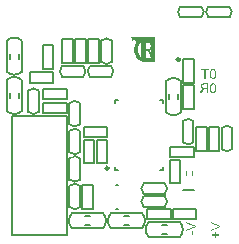
<source format=gbo>
G04*
G04 #@! TF.GenerationSoftware,Altium Limited,Altium Designer,18.0.11 (651)*
G04*
G04 Layer_Color=32896*
%FSAX44Y44*%
%MOMM*%
G71*
G01*
G75*
%ADD19C,0.2000*%
%ADD59C,0.2500*%
%ADD60C,0.1500*%
%ADD61C,0.1000*%
G36*
X01001525Y00891304D02*
X01001764D01*
Y00891064D01*
X01002004D01*
Y00890824D01*
Y00890585D01*
Y00890345D01*
X01001764D01*
Y00890105D01*
X01002004D01*
Y00889866D01*
Y00889626D01*
Y00889386D01*
X01001764D01*
Y00889147D01*
X01002004D01*
Y00888907D01*
Y00888667D01*
Y00888428D01*
X01001764D01*
Y00888188D01*
X01002004D01*
Y00887948D01*
Y00887709D01*
Y00887469D01*
X01001764D01*
Y00887229D01*
X01002004D01*
Y00886990D01*
Y00886750D01*
Y00886510D01*
X01001764D01*
Y00886271D01*
X01002004D01*
Y00886031D01*
Y00885791D01*
Y00885552D01*
X01001764D01*
Y00885312D01*
X01002004D01*
Y00885072D01*
Y00884833D01*
Y00884593D01*
X01001764D01*
Y00884353D01*
X01002004D01*
Y00884114D01*
Y00883874D01*
Y00883634D01*
X01001764D01*
Y00883395D01*
X01002004D01*
Y00883155D01*
Y00882915D01*
Y00882676D01*
X01001764D01*
Y00882436D01*
X01002004D01*
Y00882196D01*
Y00881957D01*
Y00881717D01*
X01001764D01*
Y00881477D01*
X01002004D01*
Y00881238D01*
Y00880998D01*
Y00880758D01*
X01001764D01*
Y00880519D01*
X01002004D01*
Y00880279D01*
Y00880039D01*
Y00879800D01*
X01001764D01*
Y00879560D01*
X01002004D01*
Y00879321D01*
Y00879081D01*
Y00878841D01*
X01001764D01*
Y00878602D01*
X01002004D01*
Y00878362D01*
Y00878122D01*
Y00877883D01*
X01001764D01*
Y00877643D01*
X01002004D01*
Y00877403D01*
Y00877163D01*
Y00876924D01*
X01001764D01*
Y00876684D01*
X01002004D01*
Y00876444D01*
Y00876205D01*
Y00875965D01*
X01001764D01*
Y00875725D01*
X01002004D01*
Y00875486D01*
Y00875246D01*
Y00875006D01*
X01001764D01*
Y00874767D01*
X01002004D01*
Y00874527D01*
Y00874288D01*
Y00874048D01*
X01001764D01*
Y00873808D01*
X01002004D01*
Y00873569D01*
Y00873329D01*
Y00873089D01*
X01001764D01*
Y00872850D01*
X01002004D01*
Y00872610D01*
Y00872370D01*
Y00872131D01*
X01001764D01*
Y00871891D01*
X01002004D01*
Y00871651D01*
Y00871412D01*
Y00871172D01*
X01001764D01*
Y00870932D01*
X01002004D01*
Y00870693D01*
X01001764D01*
Y00870453D01*
X01001525D01*
Y00870213D01*
X01001285D01*
Y00870453D01*
X01001045D01*
Y00870213D01*
X01000806D01*
Y00870453D01*
X01000566D01*
Y00870213D01*
X01000326D01*
Y00870453D01*
X01000087D01*
Y00870213D01*
X00999847D01*
Y00870453D01*
X00999607D01*
Y00870213D01*
X00999368D01*
Y00870453D01*
X00999128D01*
Y00870213D01*
X00998888D01*
Y00870453D01*
X00998649D01*
Y00870213D01*
X00998409D01*
Y00870453D01*
X00998169D01*
Y00870213D01*
X00997930D01*
Y00870453D01*
X00997690D01*
Y00870213D01*
X00997450D01*
Y00870453D01*
X00997211D01*
Y00870213D01*
X00996971D01*
Y00870453D01*
X00996731D01*
Y00870213D01*
X00996492D01*
Y00870453D01*
X00996252D01*
Y00870213D01*
X00996012D01*
Y00870453D01*
X00995773D01*
Y00870213D01*
X00995533D01*
Y00870453D01*
X00995293D01*
Y00870213D01*
X00995054D01*
Y00870453D01*
X00994814D01*
Y00870213D01*
X00994574D01*
Y00870453D01*
X00994335D01*
Y00870213D01*
X00994095D01*
Y00870453D01*
X00993855D01*
Y00870213D01*
X00993616D01*
Y00870453D01*
X00992417D01*
Y00870693D01*
X00992178D01*
Y00870453D01*
X00991938D01*
Y00870693D01*
X00991698D01*
Y00870453D01*
X00991459D01*
Y00870693D01*
X00990740D01*
Y00870932D01*
X00990500D01*
Y00871172D01*
X00990260D01*
Y00870932D01*
X00990500D01*
Y00870693D01*
X00990260D01*
Y00870932D01*
X00990021D01*
Y00871172D01*
X00989302D01*
Y00871412D01*
X00989062D01*
Y00871651D01*
X00988343D01*
Y00871891D01*
X00988103D01*
Y00872131D01*
X00987864D01*
Y00872370D01*
X00987624D01*
Y00872610D01*
X00987384D01*
Y00872850D01*
X00987145D01*
Y00873089D01*
X00986905D01*
Y00873329D01*
Y00873569D01*
X00986426D01*
Y00873808D01*
X00986665D01*
Y00874048D01*
X00986426D01*
Y00874288D01*
X00986186D01*
Y00874527D01*
X00985946D01*
Y00874767D01*
Y00875006D01*
Y00875246D01*
X00985707D01*
Y00875486D01*
X00985467D01*
Y00875725D01*
X00985707D01*
Y00875965D01*
X00985467D01*
Y00876205D01*
Y00876444D01*
X00985227D01*
Y00876684D01*
Y00876924D01*
X00984988D01*
Y00877163D01*
X00985227D01*
Y00877403D01*
X00984988D01*
Y00877643D01*
Y00877883D01*
Y00878122D01*
X00984748D01*
Y00878362D01*
X00984988D01*
Y00878602D01*
X00984748D01*
Y00878841D01*
Y00879081D01*
Y00879321D01*
X00984508D01*
Y00879560D01*
X00984748D01*
Y00879800D01*
Y00880039D01*
Y00880279D01*
X00984508D01*
Y00880519D01*
X00984748D01*
Y00880758D01*
Y00880998D01*
Y00881238D01*
X00984508D01*
Y00881477D01*
X00984748D01*
Y00881717D01*
Y00881957D01*
Y00882196D01*
X00984508D01*
Y00882436D01*
X00984748D01*
Y00882676D01*
X00984988D01*
Y00882915D01*
X00984748D01*
Y00883155D01*
X00984988D01*
Y00883395D01*
Y00883634D01*
Y00883874D01*
X00985227D01*
Y00884114D01*
X00984988D01*
Y00884353D01*
X00985227D01*
Y00884593D01*
X00984988D01*
Y00884833D01*
X00985227D01*
Y00885072D01*
X00985467D01*
Y00885312D01*
Y00885552D01*
Y00885791D01*
X00985707D01*
Y00886031D01*
X00985467D01*
Y00886271D01*
X00985707D01*
Y00886510D01*
X00985946D01*
Y00886750D01*
X00986186D01*
Y00886990D01*
Y00887229D01*
Y00887469D01*
X00986426D01*
Y00887709D01*
X00986665D01*
Y00887948D01*
X00986905D01*
Y00888188D01*
X00987145D01*
Y00888428D01*
X00986905D01*
Y00888667D01*
X00986665D01*
Y00888428D01*
X00985946D01*
Y00888667D01*
X00985707D01*
Y00888428D01*
X00984988D01*
Y00888667D01*
X00984748D01*
Y00888428D01*
X00984029D01*
Y00888667D01*
X00983790D01*
Y00888428D01*
X00983071D01*
Y00888667D01*
X00982831D01*
Y00888428D01*
X00982591D01*
Y00888667D01*
X00982352D01*
Y00888907D01*
X00982112D01*
Y00889147D01*
X00982352D01*
Y00889386D01*
X00982112D01*
Y00889626D01*
X00982352D01*
Y00889866D01*
X00982112D01*
Y00890105D01*
X00982352D01*
Y00890345D01*
X00982112D01*
Y00890585D01*
X00982352D01*
Y00890824D01*
X00982112D01*
Y00891064D01*
X00982352D01*
Y00891304D01*
X00982591D01*
Y00891543D01*
X00982831D01*
Y00891304D01*
X00983071D01*
Y00891543D01*
X00983310D01*
Y00891304D01*
X00983550D01*
Y00891543D01*
X00983790D01*
Y00891304D01*
X00984029D01*
Y00891543D01*
X00984269D01*
Y00891304D01*
X00984508D01*
Y00891543D01*
X00984748D01*
Y00891304D01*
X00984988D01*
Y00891543D01*
X00985227D01*
Y00891304D01*
X00985467D01*
Y00891543D01*
X00985707D01*
Y00891304D01*
X00985946D01*
Y00891543D01*
X00986186D01*
Y00891304D01*
X00986426D01*
Y00891543D01*
X00986665D01*
Y00891304D01*
X00986905D01*
Y00891543D01*
X00987145D01*
Y00891304D01*
X00987384D01*
Y00891543D01*
X00987624D01*
Y00891304D01*
X00987864D01*
Y00891543D01*
X00988103D01*
Y00891304D01*
X00988343D01*
Y00891543D01*
X00988583D01*
Y00891304D01*
X00988822D01*
Y00891543D01*
X00989062D01*
Y00891304D01*
X00989302D01*
Y00891543D01*
X00989541D01*
Y00891304D01*
X00989781D01*
Y00891543D01*
X00990021D01*
Y00891304D01*
X00990260D01*
Y00891543D01*
X00990500D01*
Y00891304D01*
X00990740D01*
Y00891543D01*
X00990979D01*
Y00891304D01*
X00991219D01*
Y00891543D01*
X00991459D01*
Y00891304D01*
X00991698D01*
Y00891543D01*
X00991938D01*
Y00891304D01*
X00992178D01*
Y00891543D01*
X00992417D01*
Y00891304D01*
X00992657D01*
Y00891543D01*
X00992897D01*
Y00891304D01*
X00993136D01*
Y00891543D01*
X00993376D01*
Y00891304D01*
X00993616D01*
Y00891543D01*
X00993855D01*
Y00891304D01*
X00994095D01*
Y00891543D01*
X00994335D01*
Y00891304D01*
X00994574D01*
Y00891543D01*
X00994814D01*
Y00891304D01*
X00995054D01*
Y00891543D01*
X00995293D01*
Y00891304D01*
X00995533D01*
Y00891543D01*
X00995773D01*
Y00891304D01*
X00996012D01*
Y00891543D01*
X00996252D01*
Y00891304D01*
X00996492D01*
Y00891543D01*
X00996731D01*
Y00891304D01*
X00996971D01*
Y00891543D01*
X00997211D01*
Y00891304D01*
X00997450D01*
Y00891543D01*
X00997690D01*
Y00891304D01*
X00997930D01*
Y00891543D01*
X00998169D01*
Y00891304D01*
X00998409D01*
Y00891543D01*
X00998649D01*
Y00891304D01*
X00998888D01*
Y00891543D01*
X00999128D01*
Y00891304D01*
X00999368D01*
Y00891543D01*
X00999607D01*
Y00891304D01*
X00999847D01*
Y00891543D01*
X01000087D01*
Y00891304D01*
X01000326D01*
Y00891543D01*
X01000566D01*
Y00891304D01*
X01000806D01*
Y00891543D01*
X01001045D01*
Y00891304D01*
X01001285D01*
Y00891543D01*
X01001525D01*
Y00891304D01*
D02*
G37*
G36*
X01047813Y00863358D02*
X01045117D01*
Y00856149D01*
X01044032D01*
Y00863358D01*
X01041329D01*
Y00864324D01*
X01047813D01*
Y00863358D01*
D02*
G37*
G36*
X01051458Y00864347D02*
X01051609Y00864332D01*
X01051761Y00864307D01*
X01051896Y00864284D01*
X01052032Y00864244D01*
X01052151Y00864204D01*
X01052263Y00864164D01*
X01052367Y00864116D01*
X01052454Y00864068D01*
X01052542Y00864028D01*
X01052606Y00863988D01*
X01052670Y00863949D01*
X01052710Y00863925D01*
X01052749Y00863901D01*
X01052766Y00863885D01*
X01052774Y00863877D01*
X01052877Y00863781D01*
X01052981Y00863678D01*
X01053164Y00863462D01*
X01053316Y00863239D01*
X01053435Y00863016D01*
X01053491Y00862912D01*
X01053531Y00862816D01*
X01053571Y00862736D01*
X01053603Y00862657D01*
X01053627Y00862601D01*
X01053643Y00862553D01*
X01053659Y00862521D01*
Y00862513D01*
X01053707Y00862338D01*
X01053755Y00862162D01*
X01053826Y00861771D01*
X01053882Y00861388D01*
X01053898Y00861197D01*
X01053914Y00861014D01*
X01053930Y00860838D01*
X01053938Y00860679D01*
X01053946Y00860543D01*
Y00860415D01*
X01053954Y00860320D01*
Y00860240D01*
Y00860192D01*
Y00860184D01*
Y00860176D01*
X01053946Y00859762D01*
X01053922Y00859371D01*
X01053882Y00859020D01*
X01053826Y00858685D01*
X01053770Y00858390D01*
X01053699Y00858119D01*
X01053627Y00857871D01*
X01053547Y00857656D01*
X01053475Y00857465D01*
X01053403Y00857297D01*
X01053332Y00857161D01*
X01053276Y00857050D01*
X01053220Y00856962D01*
X01053180Y00856898D01*
X01053156Y00856866D01*
X01053148Y00856850D01*
X01053021Y00856707D01*
X01052877Y00856571D01*
X01052726Y00856460D01*
X01052574Y00856364D01*
X01052422Y00856284D01*
X01052263Y00856220D01*
X01052112Y00856164D01*
X01051968Y00856117D01*
X01051832Y00856085D01*
X01051705Y00856061D01*
X01051585Y00856037D01*
X01051489Y00856029D01*
X01051402Y00856021D01*
X01051346Y00856013D01*
X01051290D01*
X01051123Y00856021D01*
X01050971Y00856037D01*
X01050819Y00856061D01*
X01050684Y00856085D01*
X01050548Y00856125D01*
X01050429Y00856164D01*
X01050317Y00856204D01*
X01050213Y00856252D01*
X01050126Y00856300D01*
X01050046Y00856340D01*
X01049974Y00856380D01*
X01049918Y00856420D01*
X01049870Y00856444D01*
X01049838Y00856468D01*
X01049822Y00856484D01*
X01049815Y00856491D01*
X01049711Y00856587D01*
X01049607Y00856691D01*
X01049424Y00856906D01*
X01049272Y00857138D01*
X01049153Y00857353D01*
X01049097Y00857457D01*
X01049057Y00857552D01*
X01049017Y00857632D01*
X01048985Y00857712D01*
X01048961Y00857768D01*
X01048945Y00857815D01*
X01048929Y00857847D01*
Y00857855D01*
X01048873Y00858031D01*
X01048826Y00858206D01*
X01048754Y00858589D01*
X01048698Y00858980D01*
X01048682Y00859163D01*
X01048666Y00859347D01*
X01048650Y00859522D01*
X01048642Y00859674D01*
X01048634Y00859817D01*
Y00859937D01*
X01048626Y00860041D01*
Y00860112D01*
Y00860160D01*
Y00860176D01*
Y00860399D01*
X01048634Y00860607D01*
X01048642Y00860806D01*
X01048658Y00860990D01*
X01048674Y00861165D01*
X01048690Y00861317D01*
X01048706Y00861468D01*
X01048722Y00861596D01*
X01048738Y00861715D01*
X01048754Y00861819D01*
X01048770Y00861907D01*
X01048786Y00861979D01*
X01048802Y00862035D01*
X01048810Y00862074D01*
X01048818Y00862098D01*
Y00862106D01*
X01048889Y00862362D01*
X01048977Y00862601D01*
X01049057Y00862808D01*
X01049097Y00862896D01*
X01049137Y00862984D01*
X01049176Y00863055D01*
X01049208Y00863127D01*
X01049240Y00863183D01*
X01049264Y00863231D01*
X01049288Y00863271D01*
X01049304Y00863295D01*
X01049320Y00863311D01*
Y00863319D01*
X01049448Y00863494D01*
X01049583Y00863653D01*
X01049719Y00863781D01*
X01049846Y00863893D01*
X01049966Y00863973D01*
X01050054Y00864036D01*
X01050094Y00864060D01*
X01050118Y00864068D01*
X01050134Y00864084D01*
X01050142D01*
X01050333Y00864172D01*
X01050532Y00864244D01*
X01050724Y00864292D01*
X01050899Y00864324D01*
X01050979Y00864332D01*
X01051059Y00864339D01*
X01051123Y00864347D01*
X01051178Y00864355D01*
X01051290D01*
X01051458Y00864347D01*
D02*
G37*
G36*
X01057500Y00731592D02*
Y00730467D01*
X01049325Y00727269D01*
Y00728370D01*
X01055267Y00730587D01*
X01055514Y00730674D01*
X01055761Y00730762D01*
X01055985Y00730834D01*
X01056184Y00730898D01*
X01056280Y00730930D01*
X01056359Y00730954D01*
X01056431Y00730969D01*
X01056495Y00730993D01*
X01056543Y00731009D01*
X01056575Y00731017D01*
X01056599Y00731025D01*
X01056607D01*
X01056367Y00731097D01*
X01056136Y00731169D01*
X01055913Y00731241D01*
X01055705Y00731304D01*
X01055610Y00731336D01*
X01055530Y00731368D01*
X01055450Y00731392D01*
X01055387Y00731416D01*
X01055339Y00731432D01*
X01055299Y00731448D01*
X01055275Y00731456D01*
X01055267D01*
X01049325Y00733578D01*
Y00734750D01*
X01057500Y00731592D01*
D02*
G37*
G36*
X01053935Y00724318D02*
X01056176D01*
Y00723369D01*
X01053935D01*
Y00721144D01*
X01053002D01*
Y00723369D01*
X01050777D01*
Y00724318D01*
X01053002D01*
Y00726543D01*
X01053935D01*
Y00724318D01*
D02*
G37*
G36*
X01036750Y00731592D02*
Y00730467D01*
X01028575Y00727269D01*
Y00728370D01*
X01034517Y00730587D01*
X01034764Y00730675D01*
X01035011Y00730762D01*
X01035235Y00730834D01*
X01035434Y00730898D01*
X01035530Y00730930D01*
X01035610Y00730954D01*
X01035681Y00730970D01*
X01035745Y00730993D01*
X01035793Y00731009D01*
X01035825Y00731017D01*
X01035849Y00731025D01*
X01035857D01*
X01035618Y00731097D01*
X01035386Y00731169D01*
X01035163Y00731241D01*
X01034956Y00731304D01*
X01034860Y00731336D01*
X01034780Y00731368D01*
X01034700Y00731392D01*
X01034637Y00731416D01*
X01034589Y00731432D01*
X01034549Y00731448D01*
X01034525Y00731456D01*
X01034517D01*
X01028575Y00733578D01*
Y00734750D01*
X01036750Y00731592D01*
D02*
G37*
G36*
X01034294Y00723736D02*
X01033281D01*
Y00726822D01*
X01034294D01*
Y00723736D01*
D02*
G37*
G36*
X01047221Y00844000D02*
X01046136D01*
Y00847629D01*
X01044740D01*
X01044613Y00847621D01*
X01044509Y00847613D01*
X01044429D01*
X01044365Y00847605D01*
X01044318Y00847597D01*
X01044294Y00847589D01*
X01044286D01*
X01044190Y00847565D01*
X01044102Y00847525D01*
X01044023Y00847493D01*
X01043951Y00847453D01*
X01043887Y00847421D01*
X01043839Y00847390D01*
X01043807Y00847374D01*
X01043799Y00847366D01*
X01043704Y00847302D01*
X01043608Y00847214D01*
X01043520Y00847126D01*
X01043432Y00847039D01*
X01043361Y00846959D01*
X01043297Y00846887D01*
X01043265Y00846839D01*
X01043249Y00846831D01*
Y00846823D01*
X01043185Y00846744D01*
X01043129Y00846664D01*
X01042994Y00846480D01*
X01042866Y00846297D01*
X01042738Y00846114D01*
X01042635Y00845954D01*
X01042587Y00845882D01*
X01042547Y00845818D01*
X01042515Y00845771D01*
X01042491Y00845731D01*
X01042475Y00845707D01*
X01042467Y00845699D01*
X01041383Y00844000D01*
X01040035D01*
X01041446Y00846217D01*
X01041606Y00846449D01*
X01041765Y00846664D01*
X01041917Y00846847D01*
X01042053Y00847007D01*
X01042116Y00847079D01*
X01042172Y00847134D01*
X01042220Y00847190D01*
X01042260Y00847230D01*
X01042292Y00847262D01*
X01042316Y00847294D01*
X01042332Y00847302D01*
X01042340Y00847310D01*
X01042435Y00847382D01*
X01042539Y00847461D01*
X01042643Y00847525D01*
X01042746Y00847589D01*
X01042842Y00847637D01*
X01042922Y00847685D01*
X01042954Y00847693D01*
X01042978Y00847709D01*
X01042986Y00847717D01*
X01042994D01*
X01042778Y00847748D01*
X01042579Y00847796D01*
X01042395Y00847844D01*
X01042228Y00847900D01*
X01042068Y00847964D01*
X01041925Y00848028D01*
X01041797Y00848092D01*
X01041686Y00848155D01*
X01041582Y00848219D01*
X01041494Y00848275D01*
X01041423Y00848331D01*
X01041359Y00848379D01*
X01041311Y00848419D01*
X01041279Y00848450D01*
X01041263Y00848466D01*
X01041255Y00848474D01*
X01041151Y00848586D01*
X01041072Y00848706D01*
X01040992Y00848833D01*
X01040928Y00848953D01*
X01040872Y00849080D01*
X01040824Y00849200D01*
X01040792Y00849320D01*
X01040760Y00849431D01*
X01040737Y00849535D01*
X01040721Y00849639D01*
X01040705Y00849718D01*
X01040697Y00849798D01*
X01040689Y00849854D01*
Y00849902D01*
Y00849934D01*
Y00849942D01*
Y00850069D01*
X01040705Y00850189D01*
X01040745Y00850420D01*
X01040800Y00850628D01*
X01040856Y00850811D01*
X01040888Y00850891D01*
X01040920Y00850955D01*
X01040952Y00851019D01*
X01040976Y00851074D01*
X01041000Y00851114D01*
X01041016Y00851146D01*
X01041024Y00851162D01*
X01041032Y00851170D01*
X01041167Y00851361D01*
X01041319Y00851529D01*
X01041470Y00851665D01*
X01041614Y00851768D01*
X01041741Y00851848D01*
X01041797Y00851880D01*
X01041845Y00851912D01*
X01041885Y00851928D01*
X01041917Y00851944D01*
X01041933Y00851952D01*
X01041941D01*
X01042053Y00851992D01*
X01042172Y00852023D01*
X01042435Y00852079D01*
X01042714Y00852119D01*
X01042986Y00852151D01*
X01043105Y00852159D01*
X01043225Y00852167D01*
X01043329D01*
X01043416Y00852175D01*
X01047221D01*
Y00844000D01*
D02*
G37*
G36*
X01051504Y00852199D02*
X01051655Y00852183D01*
X01051807Y00852159D01*
X01051942Y00852135D01*
X01052078Y00852095D01*
X01052197Y00852055D01*
X01052309Y00852016D01*
X01052413Y00851968D01*
X01052501Y00851920D01*
X01052588Y00851880D01*
X01052652Y00851840D01*
X01052716Y00851800D01*
X01052756Y00851776D01*
X01052796Y00851752D01*
X01052812Y00851736D01*
X01052820Y00851728D01*
X01052923Y00851633D01*
X01053027Y00851529D01*
X01053210Y00851314D01*
X01053362Y00851090D01*
X01053482Y00850867D01*
X01053537Y00850763D01*
X01053577Y00850668D01*
X01053617Y00850588D01*
X01053649Y00850508D01*
X01053673Y00850452D01*
X01053689Y00850404D01*
X01053705Y00850372D01*
Y00850365D01*
X01053753Y00850189D01*
X01053801Y00850014D01*
X01053872Y00849623D01*
X01053928Y00849240D01*
X01053944Y00849048D01*
X01053960Y00848865D01*
X01053976Y00848690D01*
X01053984Y00848530D01*
X01053992Y00848394D01*
Y00848267D01*
X01054000Y00848171D01*
Y00848092D01*
Y00848044D01*
Y00848036D01*
Y00848028D01*
X01053992Y00847613D01*
X01053968Y00847222D01*
X01053928Y00846871D01*
X01053872Y00846536D01*
X01053817Y00846241D01*
X01053745Y00845970D01*
X01053673Y00845723D01*
X01053593Y00845507D01*
X01053521Y00845316D01*
X01053450Y00845148D01*
X01053378Y00845013D01*
X01053322Y00844901D01*
X01053266Y00844814D01*
X01053226Y00844750D01*
X01053202Y00844718D01*
X01053195Y00844702D01*
X01053067Y00844558D01*
X01052923Y00844423D01*
X01052772Y00844311D01*
X01052620Y00844215D01*
X01052469Y00844136D01*
X01052309Y00844072D01*
X01052158Y00844016D01*
X01052014Y00843968D01*
X01051879Y00843936D01*
X01051751Y00843912D01*
X01051631Y00843888D01*
X01051535Y00843880D01*
X01051448Y00843872D01*
X01051392Y00843864D01*
X01051336D01*
X01051169Y00843872D01*
X01051017Y00843888D01*
X01050866Y00843912D01*
X01050730Y00843936D01*
X01050594Y00843976D01*
X01050475Y00844016D01*
X01050363Y00844056D01*
X01050259Y00844104D01*
X01050172Y00844152D01*
X01050092Y00844191D01*
X01050020Y00844231D01*
X01049964Y00844271D01*
X01049917Y00844295D01*
X01049885Y00844319D01*
X01049869Y00844335D01*
X01049861Y00844343D01*
X01049757Y00844439D01*
X01049653Y00844542D01*
X01049470Y00844758D01*
X01049318Y00844989D01*
X01049199Y00845204D01*
X01049143Y00845308D01*
X01049103Y00845404D01*
X01049063Y00845483D01*
X01049031Y00845563D01*
X01049007Y00845619D01*
X01048991Y00845667D01*
X01048975Y00845699D01*
Y00845707D01*
X01048920Y00845882D01*
X01048872Y00846058D01*
X01048800Y00846441D01*
X01048744Y00846831D01*
X01048728Y00847015D01*
X01048712Y00847198D01*
X01048696Y00847374D01*
X01048688Y00847525D01*
X01048680Y00847669D01*
Y00847788D01*
X01048672Y00847892D01*
Y00847964D01*
Y00848012D01*
Y00848028D01*
Y00848251D01*
X01048680Y00848458D01*
X01048688Y00848658D01*
X01048704Y00848841D01*
X01048720Y00849017D01*
X01048736Y00849168D01*
X01048752Y00849320D01*
X01048768Y00849447D01*
X01048784Y00849567D01*
X01048800Y00849671D01*
X01048816Y00849758D01*
X01048832Y00849830D01*
X01048848Y00849886D01*
X01048856Y00849926D01*
X01048864Y00849950D01*
Y00849958D01*
X01048935Y00850213D01*
X01049023Y00850452D01*
X01049103Y00850660D01*
X01049143Y00850747D01*
X01049183Y00850835D01*
X01049223Y00850907D01*
X01049255Y00850979D01*
X01049286Y00851034D01*
X01049310Y00851082D01*
X01049334Y00851122D01*
X01049350Y00851146D01*
X01049366Y00851162D01*
Y00851170D01*
X01049494Y00851346D01*
X01049629Y00851505D01*
X01049765Y00851633D01*
X01049893Y00851744D01*
X01050012Y00851824D01*
X01050100Y00851888D01*
X01050140Y00851912D01*
X01050164Y00851920D01*
X01050180Y00851936D01*
X01050188D01*
X01050379Y00852023D01*
X01050579Y00852095D01*
X01050770Y00852143D01*
X01050945Y00852175D01*
X01051025Y00852183D01*
X01051105Y00852191D01*
X01051169Y00852199D01*
X01051225Y00852207D01*
X01051336D01*
X01051504Y00852199D01*
D02*
G37*
%LPC*%
G36*
X00997930Y00888428D02*
X00997690D01*
Y00888188D01*
X00997211D01*
Y00887948D01*
X00997930D01*
Y00887709D01*
X00998409D01*
Y00887469D01*
X00998649D01*
Y00887229D01*
X00998888D01*
Y00887469D01*
Y00887709D01*
Y00887948D01*
Y00888188D01*
X00997930D01*
Y00888428D01*
D02*
G37*
G36*
X00997450Y00886271D02*
X00994574D01*
Y00886031D01*
Y00885791D01*
Y00885552D01*
Y00885312D01*
Y00885072D01*
Y00884833D01*
Y00884593D01*
Y00884353D01*
Y00884114D01*
Y00883874D01*
Y00883634D01*
Y00883395D01*
Y00883155D01*
Y00882915D01*
Y00882676D01*
Y00882436D01*
Y00882196D01*
Y00881957D01*
Y00881717D01*
Y00881477D01*
X00997450D01*
Y00881717D01*
X00997690D01*
Y00881957D01*
X00997930D01*
Y00882196D01*
X00998169D01*
Y00882436D01*
Y00882676D01*
X00998409D01*
Y00882915D01*
Y00883155D01*
Y00883395D01*
Y00883634D01*
Y00883874D01*
Y00884114D01*
Y00884353D01*
Y00884593D01*
Y00884833D01*
Y00885072D01*
X00998169D01*
Y00885312D01*
Y00885552D01*
X00997930D01*
Y00885791D01*
X00997690D01*
Y00886031D01*
X00997450D01*
Y00886271D01*
D02*
G37*
G36*
X00998888Y00880519D02*
X00998409D01*
Y00880279D01*
X00998169D01*
Y00880039D01*
X00997690D01*
Y00879800D01*
Y00879560D01*
Y00879321D01*
X00997930D01*
Y00879081D01*
X00998169D01*
Y00878841D01*
Y00878602D01*
Y00878362D01*
X00998409D01*
Y00878122D01*
Y00877883D01*
X00998649D01*
Y00877643D01*
X00998888D01*
Y00877883D01*
Y00878122D01*
Y00878362D01*
Y00878602D01*
Y00878841D01*
Y00879081D01*
Y00879321D01*
Y00879560D01*
Y00879800D01*
Y00880039D01*
Y00880279D01*
Y00880519D01*
D02*
G37*
G36*
X00990500Y00886990D02*
X00990021D01*
Y00886750D01*
X00989781D01*
Y00886510D01*
X00989541D01*
Y00886271D01*
X00989302D01*
Y00886031D01*
X00989062D01*
Y00885791D01*
Y00885552D01*
X00988822D01*
Y00885312D01*
Y00885072D01*
X00988583D01*
Y00884833D01*
Y00884593D01*
X00988343D01*
Y00884353D01*
Y00884114D01*
Y00883874D01*
X00988103D01*
Y00883634D01*
Y00883395D01*
Y00883155D01*
Y00882915D01*
Y00882676D01*
Y00882436D01*
Y00882196D01*
X00987864D01*
Y00881957D01*
Y00881717D01*
Y00881477D01*
Y00881238D01*
Y00880998D01*
Y00880758D01*
Y00880519D01*
Y00880279D01*
Y00880039D01*
Y00879800D01*
Y00879560D01*
X00988103D01*
Y00879321D01*
Y00879081D01*
Y00878841D01*
Y00878602D01*
Y00878362D01*
Y00878122D01*
Y00877883D01*
X00988343D01*
Y00877643D01*
Y00877403D01*
Y00877163D01*
Y00876924D01*
X00988583D01*
Y00876684D01*
Y00876444D01*
X00988822D01*
Y00876205D01*
Y00875965D01*
X00989062D01*
Y00875725D01*
Y00875486D01*
X00989302D01*
Y00875246D01*
X00989541D01*
Y00875006D01*
Y00874767D01*
X00989781D01*
Y00874527D01*
X00990260D01*
Y00874288D01*
X00990500D01*
Y00874527D01*
Y00874767D01*
X00990260D01*
Y00875006D01*
Y00875246D01*
Y00875486D01*
Y00875725D01*
Y00875965D01*
Y00876205D01*
Y00876444D01*
Y00876684D01*
Y00876924D01*
Y00877163D01*
Y00877403D01*
Y00877643D01*
Y00877883D01*
Y00878122D01*
Y00878362D01*
Y00878602D01*
Y00878841D01*
Y00879081D01*
Y00879321D01*
Y00879560D01*
Y00879800D01*
Y00880039D01*
Y00880279D01*
Y00880519D01*
Y00880758D01*
Y00880998D01*
Y00881238D01*
Y00881477D01*
Y00881717D01*
Y00881957D01*
Y00882196D01*
Y00882436D01*
Y00882676D01*
Y00882915D01*
Y00883155D01*
Y00883395D01*
Y00883634D01*
Y00883874D01*
Y00884114D01*
Y00884353D01*
Y00884593D01*
Y00884833D01*
Y00885072D01*
Y00885312D01*
Y00885552D01*
Y00885791D01*
Y00886031D01*
Y00886271D01*
Y00886510D01*
X00990500D01*
Y00886750D01*
Y00886990D01*
D02*
G37*
G36*
X00996012Y00879800D02*
X00994574D01*
Y00879560D01*
Y00879321D01*
Y00879081D01*
Y00878841D01*
Y00878602D01*
Y00878362D01*
Y00878122D01*
Y00877883D01*
Y00877643D01*
Y00877403D01*
Y00877163D01*
Y00876924D01*
Y00876684D01*
Y00876444D01*
Y00876205D01*
Y00875965D01*
Y00875725D01*
Y00875486D01*
Y00875246D01*
Y00875006D01*
Y00874767D01*
Y00874527D01*
Y00874288D01*
Y00874048D01*
Y00873808D01*
Y00873569D01*
Y00873329D01*
X00998649D01*
Y00873569D01*
Y00873808D01*
Y00874048D01*
X00998409D01*
Y00874288D01*
Y00874527D01*
Y00874767D01*
X00998169D01*
Y00875006D01*
Y00875246D01*
Y00875486D01*
X00997930D01*
Y00875725D01*
Y00875965D01*
Y00876205D01*
X00997690D01*
Y00876444D01*
Y00876684D01*
Y00876924D01*
X00997450D01*
Y00877163D01*
Y00877403D01*
Y00877643D01*
X00997211D01*
Y00877883D01*
Y00878122D01*
Y00878362D01*
X00996971D01*
Y00878602D01*
Y00878841D01*
X00996731D01*
Y00879081D01*
X00996492D01*
Y00879321D01*
Y00879560D01*
X00996012D01*
Y00879800D01*
D02*
G37*
G36*
X00988583Y00872131D02*
X00988343D01*
Y00871891D01*
X00988583D01*
Y00872131D01*
D02*
G37*
G36*
X01051370Y00863526D02*
X01051306D01*
X01051178Y00863518D01*
X01051051Y00863494D01*
X01050931Y00863462D01*
X01050819Y00863422D01*
X01050620Y00863311D01*
X01050532Y00863255D01*
X01050453Y00863191D01*
X01050373Y00863127D01*
X01050309Y00863071D01*
X01050253Y00863016D01*
X01050213Y00862960D01*
X01050173Y00862920D01*
X01050150Y00862888D01*
X01050134Y00862864D01*
X01050126Y00862856D01*
X01050046Y00862720D01*
X01049966Y00862553D01*
X01049910Y00862362D01*
X01049854Y00862162D01*
X01049807Y00861939D01*
X01049767Y00861715D01*
X01049711Y00861269D01*
X01049695Y00861053D01*
X01049679Y00860846D01*
X01049671Y00860663D01*
X01049663Y00860503D01*
Y00860431D01*
X01049655Y00860368D01*
Y00860312D01*
Y00860264D01*
Y00860224D01*
Y00860200D01*
Y00860184D01*
Y00860176D01*
X01049663Y00859817D01*
X01049679Y00859482D01*
X01049703Y00859179D01*
X01049727Y00858908D01*
X01049767Y00858661D01*
X01049807Y00858446D01*
X01049846Y00858254D01*
X01049894Y00858087D01*
X01049942Y00857935D01*
X01049982Y00857815D01*
X01050022Y00857712D01*
X01050062Y00857632D01*
X01050086Y00857568D01*
X01050110Y00857528D01*
X01050126Y00857504D01*
X01050134Y00857496D01*
X01050221Y00857377D01*
X01050317Y00857281D01*
X01050413Y00857193D01*
X01050516Y00857114D01*
X01050612Y00857050D01*
X01050708Y00856994D01*
X01050796Y00856954D01*
X01050891Y00856914D01*
X01050971Y00856890D01*
X01051051Y00856866D01*
X01051115Y00856858D01*
X01051178Y00856842D01*
X01051226D01*
X01051258Y00856834D01*
X01051290D01*
X01051418Y00856842D01*
X01051537Y00856866D01*
X01051657Y00856898D01*
X01051761Y00856938D01*
X01051960Y00857042D01*
X01052048Y00857106D01*
X01052135Y00857169D01*
X01052207Y00857225D01*
X01052271Y00857289D01*
X01052327Y00857345D01*
X01052367Y00857393D01*
X01052407Y00857433D01*
X01052430Y00857465D01*
X01052447Y00857488D01*
X01052454Y00857496D01*
X01052534Y00857632D01*
X01052606Y00857800D01*
X01052670Y00857991D01*
X01052726Y00858198D01*
X01052774Y00858414D01*
X01052813Y00858637D01*
X01052869Y00859083D01*
X01052885Y00859299D01*
X01052901Y00859506D01*
X01052909Y00859690D01*
X01052917Y00859849D01*
Y00859921D01*
X01052925Y00859985D01*
Y00860041D01*
Y00860088D01*
Y00860128D01*
Y00860152D01*
Y00860168D01*
Y00860176D01*
X01052917Y00860535D01*
X01052901Y00860870D01*
X01052877Y00861181D01*
X01052845Y00861452D01*
X01052805Y00861708D01*
X01052766Y00861931D01*
X01052718Y00862130D01*
X01052670Y00862314D01*
X01052622Y00862465D01*
X01052574Y00862593D01*
X01052534Y00862704D01*
X01052494Y00862784D01*
X01052462Y00862856D01*
X01052439Y00862904D01*
X01052422Y00862928D01*
X01052415Y00862936D01*
X01052335Y00863039D01*
X01052247Y00863127D01*
X01052159Y00863207D01*
X01052064Y00863279D01*
X01051976Y00863335D01*
X01051880Y00863382D01*
X01051793Y00863422D01*
X01051705Y00863454D01*
X01051545Y00863494D01*
X01051481Y00863510D01*
X01051418Y00863518D01*
X01051370Y00863526D01*
D02*
G37*
G36*
X01046136Y00851274D02*
X01043384D01*
X01043233Y00851258D01*
X01043097Y00851242D01*
X01042962Y00851218D01*
X01042842Y00851186D01*
X01042738Y00851154D01*
X01042643Y00851122D01*
X01042555Y00851090D01*
X01042475Y00851050D01*
X01042411Y00851019D01*
X01042356Y00850987D01*
X01042308Y00850955D01*
X01042276Y00850931D01*
X01042244Y00850915D01*
X01042236Y00850907D01*
X01042228Y00850899D01*
X01042156Y00850827D01*
X01042085Y00850747D01*
X01042029Y00850676D01*
X01041981Y00850588D01*
X01041909Y00850428D01*
X01041861Y00850277D01*
X01041829Y00850149D01*
X01041821Y00850085D01*
X01041813Y00850038D01*
X01041805Y00849998D01*
Y00849966D01*
Y00849950D01*
Y00849942D01*
X01041813Y00849798D01*
X01041837Y00849655D01*
X01041877Y00849535D01*
X01041917Y00849423D01*
X01041957Y00849328D01*
X01041997Y00849264D01*
X01042021Y00849216D01*
X01042029Y00849208D01*
Y00849200D01*
X01042116Y00849080D01*
X01042220Y00848985D01*
X01042324Y00848897D01*
X01042427Y00848833D01*
X01042515Y00848777D01*
X01042587Y00848745D01*
X01042643Y00848721D01*
X01042651Y00848714D01*
X01042659D01*
X01042826Y00848666D01*
X01043018Y00848626D01*
X01043209Y00848602D01*
X01043392Y00848578D01*
X01043480D01*
X01043560Y00848570D01*
X01043632D01*
X01043696Y00848562D01*
X01046136D01*
Y00851274D01*
D02*
G37*
G36*
X01051416Y00851377D02*
X01051352D01*
X01051225Y00851369D01*
X01051097Y00851346D01*
X01050977Y00851314D01*
X01050866Y00851274D01*
X01050666Y00851162D01*
X01050579Y00851106D01*
X01050499Y00851042D01*
X01050419Y00850979D01*
X01050355Y00850923D01*
X01050299Y00850867D01*
X01050259Y00850811D01*
X01050220Y00850771D01*
X01050196Y00850739D01*
X01050180Y00850715D01*
X01050172Y00850707D01*
X01050092Y00850572D01*
X01050012Y00850404D01*
X01049956Y00850213D01*
X01049901Y00850014D01*
X01049853Y00849790D01*
X01049813Y00849567D01*
X01049757Y00849120D01*
X01049741Y00848905D01*
X01049725Y00848698D01*
X01049717Y00848514D01*
X01049709Y00848355D01*
Y00848283D01*
X01049701Y00848219D01*
Y00848163D01*
Y00848115D01*
Y00848075D01*
Y00848052D01*
Y00848036D01*
Y00848028D01*
X01049709Y00847669D01*
X01049725Y00847334D01*
X01049749Y00847031D01*
X01049773Y00846759D01*
X01049813Y00846512D01*
X01049853Y00846297D01*
X01049893Y00846105D01*
X01049940Y00845938D01*
X01049988Y00845787D01*
X01050028Y00845667D01*
X01050068Y00845563D01*
X01050108Y00845483D01*
X01050132Y00845420D01*
X01050156Y00845380D01*
X01050172Y00845356D01*
X01050180Y00845348D01*
X01050267Y00845228D01*
X01050363Y00845133D01*
X01050459Y00845045D01*
X01050563Y00844965D01*
X01050658Y00844901D01*
X01050754Y00844845D01*
X01050842Y00844806D01*
X01050937Y00844766D01*
X01051017Y00844742D01*
X01051097Y00844718D01*
X01051161Y00844710D01*
X01051225Y00844694D01*
X01051272D01*
X01051304Y00844686D01*
X01051336D01*
X01051464Y00844694D01*
X01051583Y00844718D01*
X01051703Y00844750D01*
X01051807Y00844790D01*
X01052006Y00844893D01*
X01052094Y00844957D01*
X01052182Y00845021D01*
X01052253Y00845077D01*
X01052317Y00845141D01*
X01052373Y00845196D01*
X01052413Y00845244D01*
X01052453Y00845284D01*
X01052477Y00845316D01*
X01052493Y00845340D01*
X01052501Y00845348D01*
X01052580Y00845483D01*
X01052652Y00845651D01*
X01052716Y00845842D01*
X01052772Y00846050D01*
X01052820Y00846265D01*
X01052859Y00846488D01*
X01052915Y00846935D01*
X01052931Y00847150D01*
X01052947Y00847358D01*
X01052955Y00847541D01*
X01052963Y00847701D01*
Y00847772D01*
X01052971Y00847836D01*
Y00847892D01*
Y00847940D01*
Y00847980D01*
Y00848004D01*
Y00848020D01*
Y00848028D01*
X01052963Y00848387D01*
X01052947Y00848721D01*
X01052923Y00849033D01*
X01052891Y00849304D01*
X01052851Y00849559D01*
X01052812Y00849782D01*
X01052764Y00849982D01*
X01052716Y00850165D01*
X01052668Y00850317D01*
X01052620Y00850444D01*
X01052580Y00850556D01*
X01052541Y00850636D01*
X01052509Y00850707D01*
X01052485Y00850755D01*
X01052469Y00850779D01*
X01052461Y00850787D01*
X01052381Y00850891D01*
X01052293Y00850979D01*
X01052206Y00851058D01*
X01052110Y00851130D01*
X01052022Y00851186D01*
X01051926Y00851234D01*
X01051839Y00851274D01*
X01051751Y00851306D01*
X01051591Y00851346D01*
X01051528Y00851361D01*
X01051464Y00851369D01*
X01051416Y00851377D01*
D02*
G37*
%LPD*%
D19*
X00968000Y00779000D02*
Y00781000D01*
Y00779000D02*
X00971000D01*
X01006000D02*
X01009000D01*
Y00781000D01*
Y00836000D02*
Y00838000D01*
X01006000D02*
X01009000D01*
X00968000Y00836000D02*
Y00838000D01*
X00971000D01*
X00943000Y00740000D02*
X00947000D01*
X00943000Y00732000D02*
X00947000D01*
X01008000Y00732500D02*
X01012000D01*
X01008000Y00724500D02*
X01012000D01*
X00976000Y00732000D02*
X00980000D01*
X00976000Y00740000D02*
X00980000D01*
X00879000Y00840000D02*
Y00844000D01*
X00887000Y00840000D02*
Y00844000D01*
X01021750Y00839000D02*
Y00843000D01*
X01013750Y00839000D02*
Y00843000D01*
X00887000Y00873250D02*
Y00877250D01*
X00879000Y00873250D02*
Y00877250D01*
X01026250Y00762250D02*
X01035250D01*
X00969250Y00765850D02*
X00971250D01*
X00969250Y00745650D02*
X00971250D01*
D59*
X00962750Y00780500D02*
G03*
X00962750Y00780500I-00001250J00000000D01*
G01*
X01023250Y00872500D02*
G03*
X01023250Y00872500I-00001250J00000000D01*
G01*
D60*
X00932000Y00742500D02*
G03*
X00932000Y00729500I00006500J-00006500D01*
G01*
X00958000D02*
G03*
X00958000Y00742500I-00006500J00006500D01*
G01*
X00997000Y00735000D02*
G03*
X00997000Y00722000I00006500J-00006500D01*
G01*
X01023000D02*
G03*
X01023000Y00735000I-00006500J00006500D01*
G01*
X00991000Y00729500D02*
G03*
X00991000Y00742500I-00006500J00006500D01*
G01*
X00965000D02*
G03*
X00965000Y00729500I00006500J-00006500D01*
G01*
X00876500Y00829000D02*
G03*
X00889500Y00829000I00006500J00006500D01*
G01*
Y00855000D02*
G03*
X00876500Y00855000I-00006500J-00006500D01*
G01*
X01024250Y00854000D02*
G03*
X01011250Y00854000I-00006500J-00006500D01*
G01*
Y00828000D02*
G03*
X01024250Y00828000I00006500J00006500D01*
G01*
X00889500Y00888250D02*
G03*
X00876500Y00888250I-00006500J-00006500D01*
G01*
Y00862250D02*
G03*
X00889500Y00862250I00006500J00006500D01*
G01*
X00992500Y00756750D02*
G03*
X00992500Y00747750I00004500J-00004500D01*
G01*
X01010500D02*
G03*
X01010500Y00756750I-00004500J00004500D01*
G01*
X00929750Y00747500D02*
G03*
X00938750Y00747500I00004500J00004500D01*
G01*
Y00765500D02*
G03*
X00929750Y00765500I-00004500J-00004500D01*
G01*
X00938750Y00788750D02*
G03*
X00929750Y00788750I-00004500J-00004500D01*
G01*
Y00770750D02*
G03*
X00938750Y00770750I00004500J00004500D01*
G01*
X00929750Y00817500D02*
G03*
X00938750Y00817500I00004500J00004500D01*
G01*
Y00835500D02*
G03*
X00929750Y00835500I-00004500J-00004500D01*
G01*
X00941500Y00858000D02*
G03*
X00941500Y00867000I-00004500J00004500D01*
G01*
X00923500D02*
G03*
X00923500Y00858000I00004500J-00004500D01*
G01*
X00965000D02*
G03*
X00965000Y00867000I-00004500J00004500D01*
G01*
X00947000D02*
G03*
X00947000Y00858000I00004500J-00004500D01*
G01*
X00956500Y00870500D02*
G03*
X00965500Y00870500I00004500J00004500D01*
G01*
Y00888500D02*
G03*
X00956500Y00888500I-00004500J-00004500D01*
G01*
X00903750Y00846172D02*
G03*
X00894750Y00846172I-00004500J-00004500D01*
G01*
Y00828172D02*
G03*
X00903750Y00828172I00004500J00004500D01*
G01*
X01034750Y00820250D02*
G03*
X01025750Y00820250I-00004500J-00004500D01*
G01*
Y00802250D02*
G03*
X01034750Y00802250I00004500J00004500D01*
G01*
X01010500Y00758500D02*
G03*
X01010500Y00767500I-00004500J00004500D01*
G01*
X00992500D02*
G03*
X00992500Y00758500I00004500J-00004500D01*
G01*
X01067500Y00814500D02*
G03*
X01058500Y00814500I-00004500J-00004500D01*
G01*
Y00796500D02*
G03*
X01067500Y00796500I00004500J00004500D01*
G01*
X00938750Y00812000D02*
G03*
X00929750Y00812000I-00004500J-00004500D01*
G01*
Y00794000D02*
G03*
X00938750Y00794000I00004500J00004500D01*
G01*
X01041500Y00908250D02*
G03*
X01041500Y00917250I-00004500J00004500D01*
G01*
X01023500D02*
G03*
X01023500Y00908250I00004500J-00004500D01*
G01*
X01047250Y00917250D02*
G03*
X01047250Y00908250I00004500J-00004500D01*
G01*
X01065250D02*
G03*
X01065250Y00917250I-00004500J00004500D01*
G01*
X00932000Y00729500D02*
X00958000D01*
X00932000Y00742500D02*
X00958000D01*
X00997000Y00722000D02*
X01023000D01*
X00997000Y00735000D02*
X01023000D01*
X00965000Y00742500D02*
X00991000D01*
X00965000Y00729500D02*
X00991000D01*
X00889500Y00829000D02*
Y00855000D01*
X00876500Y00829000D02*
Y00855000D01*
X01011250Y00828000D02*
Y00854000D01*
X01024250Y00828000D02*
Y00854000D01*
X00876500Y00862250D02*
Y00888250D01*
X00889500Y00862250D02*
Y00888250D01*
X00992500Y00747750D02*
X01010500D01*
X00992500Y00756750D02*
X01010500D01*
X00880836Y00724050D02*
X00927826D01*
X00880836D02*
Y00824380D01*
X00927826D01*
Y00724050D02*
Y00824380D01*
X00938750Y00747500D02*
Y00765500D01*
X00929750Y00747500D02*
Y00765500D01*
Y00770750D02*
Y00788750D01*
X00938750Y00770750D02*
Y00788750D01*
Y00817500D02*
Y00835500D01*
X00929750Y00817500D02*
Y00835500D01*
X00923500Y00867000D02*
X00941500D01*
X00923500Y00858000D02*
X00941500D01*
X00947000Y00867000D02*
X00965000D01*
X00947000Y00858000D02*
X00965000D01*
X00965500Y00870500D02*
Y00888500D01*
X00956500Y00870500D02*
Y00888500D01*
X00894750Y00828172D02*
Y00846172D01*
X00903750Y00828172D02*
Y00846172D01*
X01025750Y00802250D02*
Y00820250D01*
X01034750Y00802250D02*
Y00820250D01*
X00992500Y00767500D02*
X01010500D01*
X00992500Y00758500D02*
X01010500D01*
X01058500Y00796500D02*
Y00814500D01*
X01067500Y00796500D02*
Y00814500D01*
X00929750Y00794000D02*
Y00812000D01*
X00938750Y00794000D02*
Y00812000D01*
X01023500Y00917250D02*
X01041500D01*
X01023500Y00908250D02*
X01041500D01*
X01047250D02*
X01065250D01*
X01047250Y00917250D02*
X01065250D01*
X01037250Y00737000D02*
Y00746000D01*
X01017250Y00737000D02*
Y00746000D01*
X01037250D01*
X01017250Y00737000D02*
X01037250D01*
X00907000Y00864500D02*
X00916000D01*
X00907000Y00884500D02*
X00916000D01*
Y00864500D02*
Y00884500D01*
X00907000Y00864500D02*
Y00884500D01*
X01026000Y00852750D02*
X01035000D01*
X01026000Y00872750D02*
X01035000D01*
Y00852750D02*
Y00872750D01*
X01026000Y00852750D02*
Y00872750D01*
Y00830500D02*
X01035000D01*
X01026000Y00850500D02*
X01035000D01*
Y00830500D02*
Y00850500D01*
X01026000Y00830500D02*
Y00850500D01*
X00941750Y00804500D02*
X00950750D01*
X00941750Y00784500D02*
X00950750D01*
X00941750D02*
Y00804500D01*
X00950750Y00784500D02*
Y00804500D01*
X00940500Y00766250D02*
X00949500D01*
X00940500Y00746250D02*
X00949500D01*
X00940500D02*
Y00766250D01*
X00949500Y00746250D02*
Y00766250D01*
X00927500Y00838750D02*
Y00847750D01*
X00907500Y00838750D02*
Y00847750D01*
X00927500D01*
X00907500Y00838750D02*
X00927500D01*
X00907500Y00827000D02*
Y00836000D01*
X00927500Y00827000D02*
Y00836000D01*
X00907500Y00827000D02*
X00927500D01*
X00907500Y00836000D02*
X00927500D01*
X00934750Y00869500D02*
X00943750D01*
X00934750Y00889500D02*
X00943750D01*
Y00869500D02*
Y00889500D01*
X00934750Y00869500D02*
Y00889500D01*
X00923750Y00869500D02*
X00932750D01*
X00923750Y00889500D02*
X00932750D01*
Y00869500D02*
Y00889500D01*
X00923750Y00869500D02*
Y00889500D01*
X00916000Y00852750D02*
Y00861750D01*
X00896000Y00852750D02*
Y00861750D01*
X00916000D01*
X00896000Y00852750D02*
X00916000D01*
X00945750Y00889500D02*
X00954750D01*
X00945750Y00869500D02*
X00954750D01*
X00945750D02*
Y00889500D01*
X00954750Y00869500D02*
Y00889500D01*
X01047750Y00815250D02*
X01056750D01*
X01047750Y00795250D02*
X01056750D01*
X01047750D02*
Y00815250D01*
X01056750Y00795250D02*
Y00815250D01*
X01037000D02*
X01046000D01*
X01037000Y00795250D02*
X01046000D01*
X01037000D02*
Y00815250D01*
X01046000Y00795250D02*
Y00815250D01*
X00952750Y00804500D02*
X00961750D01*
X00952750Y00784500D02*
X00961750D01*
X00952750D02*
Y00804500D01*
X00961750Y00784500D02*
Y00804500D01*
X00961750Y00806500D02*
Y00815500D01*
X00941750Y00806500D02*
Y00815500D01*
X00961750D01*
X00941750Y00806500D02*
X00961750D01*
X01015500Y00737000D02*
Y00746000D01*
X00995500Y00737000D02*
Y00746000D01*
X01015500D01*
X00995500Y00737000D02*
X01015500D01*
X01015250Y00789750D02*
Y00798750D01*
X01035250Y00789750D02*
Y00798750D01*
X01015250Y00789750D02*
X01035250D01*
X01015250Y00798750D02*
X01035250D01*
X01014500Y00787750D02*
X01023500D01*
X01014500Y00767750D02*
X01023500D01*
X01014500D02*
Y00787750D01*
X01023500Y00767750D02*
Y00787750D01*
D61*
X01028000Y00774250D02*
Y00778250D01*
X01033500Y00774250D02*
Y00778250D01*
M02*

</source>
